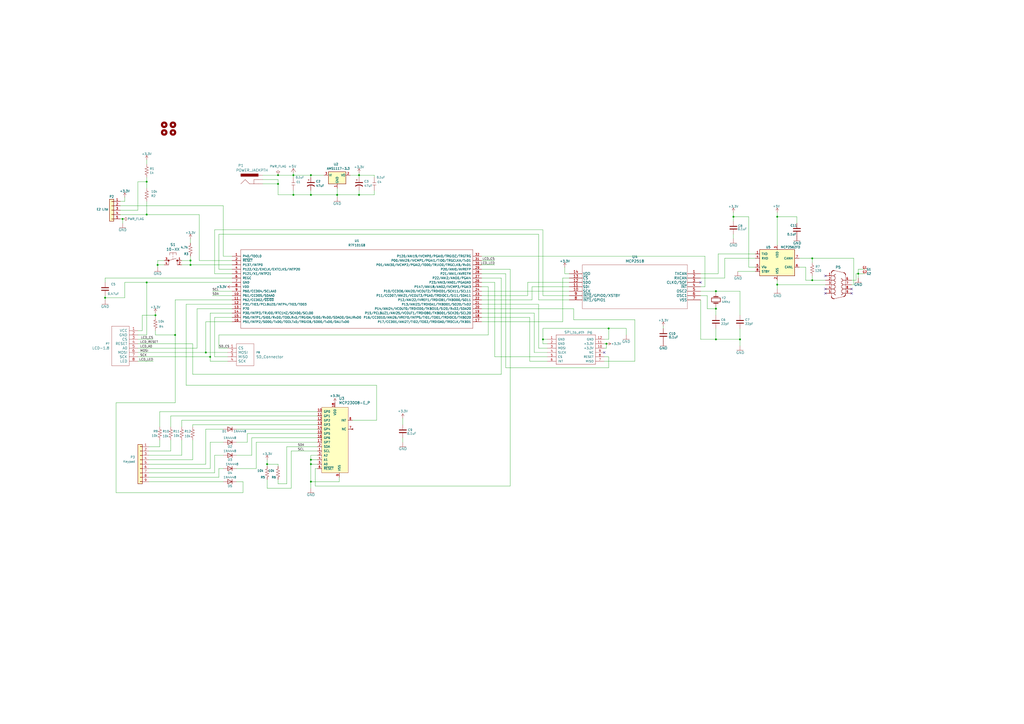
<source format=kicad_sch>
(kicad_sch (version 20231120) (generator "eeschema") (generator_version "8.0")
  (paper "A2")
  (title_block (title "RL78/G24") (date "2025-01-14") (rev "3") (company "Catudal Software"))
  (junction (at 180.34 101.6))
  (junction (at 195.58 113.03))
  (junction (at 85.09 105.41))
  (junction (at 450.85 165.1))
  (junction (at 170.18 113.03))
  (junction (at 101.6 194.31))
  (junction (at 180.34 113.03))
  (junction (at 91.44 153.67))
  (junction (at 119.38 204.47))
  (junction (at 415.29 179.07))
  (junction (at 161.29 106.68))
  (junction (at 180.34 269.24))
  (junction (at 415.29 196.85))
  (junction (at 180.34 279.4))
  (junction (at 170.18 101.6))
  (junction (at 353.06 190.5))
  (junction (at 471.17 162.56))
  (junction (at 471.17 149.86))
  (junction (at 161.29 101.6))
  (junction (at 450.85 125.73))
  (junction (at 351.79 199.39))
  (junction (at 208.28 113.03))
  (junction (at 121.92 207.01))
  (junction (at 208.28 101.6))
  (junction (at 497.84 158.75))
  (junction (at 415.29 168.91))
  (junction (at 429.26 196.85))
  (junction (at 425.45 125.73))
  (junction (at 180.34 266.7))
  (junction (at 110.49 151.13))
  (junction (at 154.94 269.24))
  (junction (at 60.96 172.72))
  (junction (at 85.09 124.46))
  (junction (at 90.17 182.88))
  (junction (at 71.12 127))
  (junction (at 314.96 196.85))
  (junction (at 110.49 153.67))
  (junction (at 85.09 163.83))
  (no_connect (at 494.03 167.64))
  (no_connect (at 494.03 170.18))
  (no_connect (at 478.79 167.64))
  (no_connect (at 478.79 160.02))
  (no_connect (at 406.4 163.83))
  (no_connect (at 478.79 170.18))
  (no_connect (at 350.52 204.47))
  (wire (pts (xy 124.46 158.75) (xy 124.46 133.35)))
  (wire (pts (xy 420.37 149.86) (xy 438.15 149.86)))
  (wire (pts (xy 85.09 163.83) (xy 134.62 163.83)))
  (wire (pts (xy 180.34 266.7) (xy 184.15 266.7)))
  (wire (pts (xy 161.29 104.14) (xy 161.29 106.68)))
  (wire (pts (xy 137.16 256.54) (xy 143.51 256.54)))
  (wire (pts (xy 129.54 119.38) (xy 129.54 148.59)))
  (wire (pts (xy 314.96 199.39) (xy 314.96 196.85)))
  (wire (pts (xy 121.92 271.78) (xy 121.92 256.54)))
  (wire (pts (xy 326.39 161.29) (xy 326.39 186.69)))
  (wire (pts (xy 429.26 182.88) (xy 429.26 168.91)))
  (wire (pts (xy 72.39 114.3) (xy 72.39 116.84)))
  (wire (pts (xy 69.85 124.46) (xy 85.09 124.46)))
  (wire (pts (xy 462.28 129.54) (xy 462.28 125.73)))
  (wire (pts (xy 121.92 207.01) (xy 121.92 181.61)))
  (wire (pts (xy 121.92 181.61) (xy 134.62 181.61)))
  (wire (pts (xy 293.37 158.75) (xy 293.37 213.36)))
  (wire (pts (xy 501.65 156.21) (xy 497.84 156.21)))
  (wire (pts (xy 115.57 151.13) (xy 134.62 151.13)))
  (wire (pts (xy 332.74 185.42) (xy 368.3 185.42)))
  (wire (pts (xy 279.4 181.61) (xy 309.88 181.61)))
  (wire (pts (xy 283.21 194.31) (xy 127 194.31)))
  (wire (pts (xy 92.71 238.76) (xy 184.15 238.76)))
  (wire (pts (xy 148.59 256.54) (xy 184.15 256.54)))
  (wire (pts (xy 180.34 113.03) (xy 195.58 113.03)))
  (wire (pts (xy 425.45 135.89) (xy 425.45 138.43)))
  (wire (pts (xy 496.57 162.56) (xy 496.57 158.75)))
  (wire (pts (xy 314.96 133.35) (xy 314.96 171.45)))
  (wire (pts (xy 425.45 125.73) (xy 425.45 128.27)))
  (wire (pts (xy 350.52 199.39) (xy 351.79 199.39)))
  (wire (pts (xy 161.29 101.6) (xy 170.18 101.6)))
  (wire (pts (xy 124.46 264.16) (xy 129.54 264.16)))
  (wire (pts (xy 80.01 201.93) (xy 114.3 201.93)))
  (wire (pts (xy 217.17 110.49) (xy 217.17 113.03)))
  (wire (pts (xy 146.05 254) (xy 184.15 254)))
  (wire (pts (xy 71.12 127) (xy 69.85 127)))
  (wire (pts (xy 307.34 184.15) (xy 307.34 209.55)))
  (wire (pts (xy 279.4 163.83) (xy 287.02 163.83)))
  (wire (pts (xy 105.41 151.13) (xy 110.49 151.13)))
  (wire (pts (xy 406.4 196.85) (xy 415.29 196.85)))
  (wire (pts (xy 368.3 185.42) (xy 368.3 209.55)))
  (wire (pts (xy 154.94 278.13) (xy 154.94 283.21)))
  (wire (pts (xy 123.19 171.45) (xy 134.62 171.45)))
  (wire (pts (xy 143.51 251.46) (xy 184.15 251.46)))
  (wire (pts (xy 92.71 247.65) (xy 92.71 238.76)))
  (wire (pts (xy 90.17 191.77) (xy 90.17 194.31)))
  (wire (pts (xy 495.3 165.1) (xy 495.3 149.86)))
  (wire (pts (xy 107.95 176.53) (xy 107.95 223.52)))
  (wire (pts (xy 85.09 124.46) (xy 85.09 116.84)))
  (wire (pts (xy 279.4 173.99) (xy 308.61 173.99)))
  (wire (pts (xy 314.96 196.85) (xy 317.5 196.85)))
  (wire (pts (xy 127 194.31) (xy 127 201.93)))
  (wire (pts (xy 312.42 176.53) (xy 312.42 201.93)))
  (wire (pts (xy 124.46 184.15) (xy 134.62 184.15)))
  (wire (pts (xy 101.6 194.31) (xy 101.6 233.68)))
  (wire (pts (xy 415.29 177.8) (xy 415.29 179.07)))
  (wire (pts (xy 82.55 182.88) (xy 82.55 191.77)))
  (wire (pts (xy 69.85 119.38) (xy 129.54 119.38)))
  (wire (pts (xy 180.34 264.16) (xy 180.34 266.7)))
  (wire (pts (xy 471.17 162.56) (xy 478.79 162.56)))
  (wire (pts (xy 121.92 256.54) (xy 129.54 256.54)))
  (wire (pts (xy 124.46 274.32) (xy 124.46 264.16)))
  (wire (pts (xy 132.08 207.01) (xy 124.46 207.01)))
  (wire (pts (xy 124.46 133.35) (xy 314.96 133.35)))
  (wire (pts (xy 180.34 279.4) (xy 196.85 279.4)))
  (wire (pts (xy 279.4 184.15) (xy 307.34 184.15)))
  (wire (pts (xy 332.74 185.42) (xy 332.74 179.07)))
  (wire (pts (xy 137.16 264.16) (xy 146.05 264.16)))
  (wire (pts (xy 351.79 199.39) (xy 351.79 201.93)))
  (wire (pts (xy 279.4 151.13) (xy 287.02 151.13)))
  (wire (pts (xy 312.42 201.93) (xy 317.5 201.93)))
  (wire (pts (xy 170.18 110.49) (xy 170.18 113.03)))
  (wire (pts (xy 170.18 100.33) (xy 170.18 101.6)))
  (wire (pts (xy 308.61 166.37) (xy 330.2 166.37)))
  (wire (pts (xy 408.94 166.37) (xy 406.4 166.37)))
  (wire (pts (xy 497.84 156.21) (xy 497.84 158.75)))
  (wire (pts (xy 86.36 264.16) (xy 105.41 264.16)))
  (wire (pts (xy 60.96 172.72) (xy 72.39 172.72)))
  (wire (pts (xy 314.96 196.85) (xy 314.96 190.5)))
  (wire (pts (xy 86.36 271.78) (xy 121.92 271.78)))
  (wire (pts (xy 353.06 190.5) (xy 353.06 196.85)))
  (wire (pts (xy 353.06 190.5) (xy 363.22 190.5)))
  (wire (pts (xy 406.4 168.91) (xy 415.29 168.91)))
  (wire (pts (xy 450.85 162.56) (xy 450.85 165.1)))
  (wire (pts (xy 429.26 190.5) (xy 429.26 196.85)))
  (wire (pts (xy 86.36 269.24) (xy 119.38 269.24)))
  (wire (pts (xy 450.85 165.1) (xy 450.85 167.64)))
  (wire (pts (xy 105.41 247.65) (xy 105.41 243.84)))
  (wire (pts (xy 91.44 153.67) (xy 95.25 153.67)))
  (wire (pts (xy 60.96 161.29) (xy 134.62 161.29)))
  (wire (pts (xy 416.56 158.75) (xy 406.4 158.75)))
  (wire (pts (xy 90.17 182.88) (xy 90.17 184.15)))
  (wire (pts (xy 279.4 148.59) (xy 408.94 148.59)))
  (wire (pts (xy 114.3 201.93) (xy 114.3 179.07)))
  (wire (pts (xy 119.38 204.47) (xy 119.38 186.69)))
  (wire (pts (xy 463.55 149.86) (xy 471.17 149.86)))
  (wire (pts (xy 91.44 151.13) (xy 95.25 151.13)))
  (wire (pts (xy 90.17 194.31) (xy 101.6 194.31)))
  (wire (pts (xy 295.91 281.94) (xy 295.91 156.21)))
  (wire (pts (xy 91.44 153.67) (xy 91.44 154.94)))
  (wire (pts (xy 99.06 255.27) (xy 99.06 261.62)))
  (wire (pts (xy 154.94 283.21) (xy 168.91 283.21)))
  (wire (pts (xy 326.39 161.29) (xy 330.2 161.29)))
  (wire (pts (xy 496.57 158.75) (xy 497.84 158.75)))
  (wire (pts (xy 80.01 199.39) (xy 111.76 199.39)))
  (wire (pts (xy 127 156.21) (xy 127 135.89)))
  (wire (pts (xy 85.09 102.87) (xy 85.09 105.41)))
  (wire (pts (xy 111.76 199.39) (xy 111.76 217.17)))
  (wire (pts (xy 110.49 153.67) (xy 134.62 153.67)))
  (wire (pts (xy 91.44 151.13) (xy 91.44 153.67)))
  (wire (pts (xy 168.91 283.21) (xy 168.91 261.62)))
  (wire (pts (xy 80.01 121.92) (xy 80.01 105.41)))
  (wire (pts (xy 306.07 171.45) (xy 306.07 163.83)))
  (wire (pts (xy 132.08 209.55) (xy 121.92 209.55)))
  (wire (pts (xy 166.37 280.67) (xy 166.37 259.08)))
  (wire (pts (xy 110.49 138.43) (xy 110.49 140.97)))
  (wire (pts (xy 314.96 190.5) (xy 353.06 190.5)))
  (wire (pts (xy 450.85 125.73) (xy 462.28 125.73)))
  (wire (pts (xy 143.51 256.54) (xy 143.51 251.46)))
  (wire (pts (xy 86.36 274.32) (xy 124.46 274.32)))
  (wire (pts (xy 283.21 166.37) (xy 283.21 194.31)))
  (wire (pts (xy 497.84 158.75) (xy 501.65 158.75)))
  (wire (pts (xy 111.76 247.65) (xy 111.76 246.38)))
  (wire (pts (xy 182.88 281.94) (xy 295.91 281.94)))
  (wire (pts (xy 233.68 242.57) (xy 233.68 246.38)))
  (wire (pts (xy 450.85 125.73) (xy 450.85 142.24)))
  (wire (pts (xy 107.95 223.52) (xy 218.44 223.52)))
  (wire (pts (xy 467.36 154.94) (xy 463.55 154.94)))
  (wire (pts (xy 307.34 209.55) (xy 317.5 209.55)))
  (wire (pts (xy 180.34 269.24) (xy 184.15 269.24)))
  (wire (pts (xy 152.4 104.14) (xy 161.29 104.14)))
  (wire (pts (xy 353.06 196.85) (xy 350.52 196.85)))
  (wire (pts (xy 416.56 158.75) (xy 416.56 147.32)))
  (wire (pts (xy 72.39 116.84) (xy 69.85 116.84)))
  (wire (pts (xy 478.79 165.1) (xy 450.85 165.1)))
  (wire (pts (xy 154.94 269.24) (xy 161.29 269.24)))
  (wire (pts (xy 327.66 154.94) (xy 327.66 158.75)))
  (wire (pts (xy 99.06 247.65) (xy 99.06 241.3)))
  (wire (pts (xy 85.09 124.46) (xy 115.57 124.46)))
  (wire (pts (xy 67.31 285.75) (xy 140.97 285.75)))
  (wire (pts (xy 368.3 209.55) (xy 350.52 209.55)))
  (wire (pts (xy 86.36 266.7) (xy 111.76 266.7)))
  (wire (pts (xy 137.16 271.78) (xy 148.59 271.78)))
  (wire (pts (xy 161.29 269.24) (xy 161.29 270.51)))
  (wire (pts (xy 114.3 179.07) (xy 134.62 179.07)))
  (wire (pts (xy 326.39 186.69) (xy 279.4 186.69)))
  (wire (pts (xy 134.62 176.53) (xy 107.95 176.53)))
  (wire (pts (xy 86.36 276.86) (xy 127 276.86)))
  (wire (pts (xy 86.36 261.62) (xy 99.06 261.62)))
  (wire (pts (xy 308.61 173.99) (xy 308.61 166.37)))
  (wire (pts (xy 111.76 217.17) (xy 290.83 217.17)))
  (wire (pts (xy 279.4 171.45) (xy 306.07 171.45)))
  (wire (pts (xy 101.6 173.99) (xy 134.62 173.99)))
  (wire (pts (xy 119.38 248.92) (xy 129.54 248.92)))
  (wire (pts (xy 208.28 101.6) (xy 208.28 102.87)))
  (wire (pts (xy 80.01 105.41) (xy 85.09 105.41)))
  (wire (pts (xy 497.84 158.75) (xy 497.84 161.29)))
  (wire (pts (xy 494.03 162.56) (xy 496.57 162.56)))
  (wire (pts (xy 196.85 279.4) (xy 196.85 276.86)))
  (wire (pts (xy 72.39 163.83) (xy 85.09 163.83)))
  (wire (pts (xy 208.28 100.33) (xy 208.28 101.6)))
  (wire (pts (xy 119.38 269.24) (xy 119.38 248.92)))
  (wire (pts (xy 208.28 113.03) (xy 208.28 110.49)))
  (wire (pts (xy 121.92 209.55) (xy 121.92 207.01)))
  (wire (pts (xy 110.49 153.67) (xy 110.49 151.13)))
  (wire (pts (xy 406.4 171.45) (xy 410.21 171.45)))
  (wire (pts (xy 127 201.93) (xy 132.08 201.93)))
  (wire (pts (xy 80.01 196.85) (xy 88.9 196.85)))
  (wire (pts (xy 408.94 148.59) (xy 408.94 166.37)))
  (wire (pts (xy 471.17 149.86) (xy 471.17 152.4)))
  (wire (pts (xy 180.34 279.4) (xy 180.34 283.21)))
  (wire (pts (xy 60.96 171.45) (xy 60.96 172.72)))
  (wire (pts (xy 471.17 162.56) (xy 467.36 162.56)))
  (wire (pts (xy 101.6 233.68) (xy 67.31 233.68)))
  (wire (pts (xy 170.18 113.03) (xy 180.34 113.03)))
  (wire (pts (xy 105.41 243.84) (xy 184.15 243.84)))
  (wire (pts (xy 279.4 179.07) (xy 332.74 179.07)))
  (wire (pts (xy 137.16 248.92) (xy 184.15 248.92)))
  (wire (pts (xy 152.4 101.6) (xy 161.29 101.6)))
  (wire (pts (xy 363.22 190.5) (xy 363.22 194.31)))
  (wire (pts (xy 217.17 101.6) (xy 217.17 102.87)))
  (wire (pts (xy 140.97 279.4) (xy 137.16 279.4)))
  (wire (pts (xy 351.79 201.93) (xy 350.52 201.93)))
  (wire (pts (xy 467.36 154.94) (xy 467.36 162.56)))
  (wire (pts (xy 184.15 271.78) (xy 182.88 271.78)))
  (wire (pts (xy 410.21 179.07) (xy 415.29 179.07)))
  (wire (pts (xy 170.18 101.6) (xy 180.34 101.6)))
  (wire (pts (xy 85.09 105.41) (xy 85.09 109.22)))
  (wire (pts (xy 203.2 101.6) (xy 208.28 101.6)))
  (wire (pts (xy 427.99 157.48) (xy 438.15 157.48)))
  (wire (pts (xy 425.45 123.19) (xy 425.45 125.73)))
  (wire (pts (xy 140.97 285.75) (xy 140.97 279.4)))
  (wire (pts (xy 312.42 135.89) (xy 312.42 173.99)))
  (wire (pts (xy 90.17 181.61) (xy 90.17 182.88)))
  (wire (pts (xy 180.34 101.6) (xy 180.34 102.87)))
  (wire (pts (xy 279.4 158.75) (xy 293.37 158.75)))
  (wire (pts (xy 85.09 92.71) (xy 85.09 95.25)))
  (wire (pts (xy 290.83 161.29) (xy 279.4 161.29)))
  (wire (pts (xy 152.4 106.68) (xy 161.29 106.68)))
  (wire (pts (xy 92.71 255.27) (xy 92.71 259.08)))
  (wire (pts (xy 312.42 173.99) (xy 330.2 173.99)))
  (wire (pts (xy 415.29 196.85) (xy 429.26 196.85)))
  (wire (pts (xy 86.36 279.4) (xy 129.54 279.4)))
  (wire (pts (xy 415.29 190.5) (xy 415.29 196.85)))
  (wire (pts (xy 60.96 163.83) (xy 60.96 161.29)))
  (wire (pts (xy 495.3 165.1) (xy 494.03 165.1)))
  (wire (pts (xy 416.56 147.32) (xy 438.15 147.32)))
  (wire (pts (xy 86.36 259.08) (xy 92.71 259.08)))
  (wire (pts (xy 471.17 162.56) (xy 471.17 160.02)))
  (wire (pts (xy 105.41 153.67) (xy 110.49 153.67)))
  (wire (pts (xy 105.41 255.27) (xy 105.41 264.16)))
  (wire (pts (xy 82.55 191.77) (xy 80.01 191.77)))
  (wire (pts (xy 124.46 207.01) (xy 124.46 184.15)))
  (wire (pts (xy 330.2 158.75) (xy 327.66 158.75)))
  (wire (pts (xy 295.91 156.21) (xy 279.4 156.21)))
  (wire (pts (xy 80.01 204.47) (xy 119.38 204.47)))
  (wire (pts (xy 85.09 163.83) (xy 85.09 194.31)))
  (wire (pts (xy 161.29 280.67) (xy 166.37 280.67)))
  (wire (pts (xy 161.29 113.03) (xy 170.18 113.03)))
  (wire (pts (xy 184.15 264.16) (xy 180.34 264.16)))
  (wire (pts (xy 384.81 189.23) (xy 384.81 190.5)))
  (wire (pts (xy 195.58 114.3) (xy 195.58 113.03)))
  (wire (pts (xy 314.96 171.45) (xy 330.2 171.45)))
  (wire (pts (xy 80.01 207.01) (xy 121.92 207.01)))
  (wire (pts (xy 287.02 207.01) (xy 317.5 207.01)))
  (wire (pts (xy 290.83 217.17) (xy 290.83 161.29)))
  (wire (pts (xy 415.29 168.91) (xy 429.26 168.91)))
  (wire (pts (xy 67.31 233.68) (xy 67.31 285.75)))
  (wire (pts (xy 161.29 106.68) (xy 161.29 113.03)))
  (wire (pts (xy 208.28 113.03) (xy 195.58 113.03)))
  (wire (pts (xy 110.49 148.59) (xy 110.49 151.13)))
  (wire (pts (xy 180.34 266.7) (xy 180.34 269.24)))
  (wire (pts (xy 218.44 223.52) (xy 218.44 243.84)))
  (wire (pts (xy 101.6 173.99) (xy 101.6 194.31)))
  (wire (pts (xy 168.91 261.62) (xy 184.15 261.62)))
  (wire (pts (xy 85.09 194.31) (xy 80.01 194.31)))
  (wire (pts (xy 306.07 163.83) (xy 330.2 163.83)))
  (wire (pts (xy 127 276.86) (xy 127 271.78)))
  (wire (pts (xy 279.4 168.91) (xy 330.2 168.91)))
  (wire (pts (xy 115.57 124.46) (xy 115.57 151.13)))
  (wire (pts (xy 309.88 181.61) (xy 309.88 204.47)))
  (wire (pts (xy 180.34 110.49) (xy 180.34 113.03)))
  (wire (pts (xy 420.37 161.29) (xy 420.37 149.86)))
  (wire (pts (xy 415.29 168.91) (xy 415.29 170.18)))
  (wire (pts (xy 148.59 271.78) (xy 148.59 256.54)))
  (wire (pts (xy 495.3 149.86) (xy 471.17 149.86)))
  (wire (pts (xy 317.5 199.39) (xy 314.96 199.39)))
  (wire (pts (xy 208.28 101.6) (xy 217.17 101.6)))
  (wire (pts (xy 195.58 113.03) (xy 195.58 109.22)))
  (wire (pts (xy 293.37 213.36) (xy 353.06 213.36)))
  (wire (pts (xy 111.76 255.27) (xy 111.76 266.7)))
  (wire (pts (xy 60.96 172.72) (xy 60.96 173.99)))
  (wire (pts (xy 233.68 254) (xy 233.68 256.54)))
  (wire (pts (xy 99.06 241.3) (xy 184.15 241.3)))
  (wire (pts (xy 111.76 246.38) (xy 184.15 246.38)))
  (wire (pts (xy 425.45 125.73) (xy 434.34 125.73)))
  (wire (pts (xy 406.4 173.99) (xy 406.4 196.85)))
  (wire (pts (xy 80.01 209.55) (xy 88.9 209.55)))
  (wire (pts (xy 69.85 121.92) (xy 80.01 121.92)))
  (wire (pts (xy 119.38 186.69) (xy 134.62 186.69)))
  (wire (pts (xy 127 271.78) (xy 129.54 271.78)))
  (wire (pts (xy 406.4 161.29) (xy 420.37 161.29)))
  (wire (pts (xy 180.34 269.24) (xy 180.34 279.4)))
  (wire (pts (xy 170.18 101.6) (xy 170.18 102.87)))
  (wire (pts (xy 279.4 166.37) (xy 283.21 166.37)))
  (wire (pts (xy 182.88 271.78) (xy 182.88 281.94)))
  (wire (pts (xy 119.38 204.47) (xy 132.08 204.47)))
  (wire (pts (xy 129.54 148.59) (xy 134.62 148.59)))
  (wire (pts (xy 434.34 154.94) (xy 438.15 154.94)))
  (wire (pts (xy 166.37 259.08) (xy 184.15 259.08)))
  (wire (pts (xy 90.17 182.88) (xy 82.55 182.88)))
  (wire (pts (xy 154.94 266.7) (xy 154.94 269.24)))
  (wire (pts (xy 279.4 176.53) (xy 312.42 176.53)))
  (wire (pts (xy 208.28 113.03) (xy 217.17 113.03)))
  (wire (pts (xy 429.26 196.85) (xy 429.26 200.66)))
  (wire (pts (xy 123.19 168.91) (xy 134.62 168.91)))
  (wire (pts (xy 134.62 158.75) (xy 124.46 158.75)))
  (wire (pts (xy 161.29 278.13) (xy 161.29 280.67)))
  (wire (pts (xy 353.06 207.01) (xy 350.52 207.01)))
  (wire (pts (xy 279.4 153.67) (xy 287.02 153.67)))
  (wire (pts (xy 353.06 213.36) (xy 353.06 207.01)))
  (wire (pts (xy 287.02 163.83) (xy 287.02 207.01)))
  (wire (pts (xy 71.12 129.54) (xy 71.12 127)))
  (wire (pts (xy 218.44 243.84) (xy 204.47 243.84)))
  (wire (pts (xy 134.62 156.21) (xy 127 156.21)))
  (wire (pts (xy 309.88 204.47) (xy 317.5 204.47)))
  (wire (pts (xy 410.21 171.45) (xy 410.21 179.07)))
  (wire (pts (xy 146.05 264.16) (xy 146.05 254)))
  (wire (pts (xy 187.96 101.6) (xy 180.34 101.6)))
  (wire (pts (xy 415.29 179.07) (xy 415.29 182.88)))
  (wire (pts (xy 450.85 123.19) (xy 450.85 125.73)))
  (wire (pts (xy 434.34 125.73) (xy 434.34 154.94)))
  (wire (pts (xy 127 135.89) (xy 312.42 135.89)))
  (wire (pts (xy 72.39 172.72) (xy 72.39 163.83)))
  (wire (pts (xy 154.94 269.24) (xy 154.94 270.51)))
  (label "LCD_LED" (at 287.02 153.67 180))
  (label "SDA" (at 123.19 171.45 0))
  (label "SCL" (at 123.19 168.91 0))
  (label "LCD_RESET" (at 81.28 199.39 0))
  (label "SCL" (at 172.72 261.62 0))
  (label "SCK" (at 81.28 207.01 0))
  (label "LCD_A0" (at 81.28 201.93 0))
  (label "LCD_CS" (at 88.9 196.85 180))
  (label "LCD_LED" (at 88.9 209.55 180))
  (label "SDA" (at 172.72 259.08 0))
  (label "SD_CS" (at 127 201.93 0))
  (label "MOSI" (at 81.28 204.47 0))
  (label "LCD_CS" (at 287.02 151.13 180))
  (symbol (lib_id "Mechanical:MountingHole") (at 95.25 72.39 0) (unit 1)
    (property "Reference" "H1" (effects (hide yes)))
    (property "Value" "MountingHole" (effects (hide yes)))
    (property "Footprint" "MountingHole:MountingHole_2.7mm_M2.5_DIN965_Pad" (effects (hide yes)))
    (property "Description" "Mounting Hole without connection" (effects (hide yes)))
  )
  (symbol (lib_id "Mechanical:MountingHole") (at 100.33 72.39 0) (unit 1)
    (property "Reference" "H3" (effects (hide yes)))
    (property "Value" "MountingHole" (effects (hide yes)))
    (property "Footprint" "MountingHole:MountingHole_2.7mm_M2.5_DIN965_Pad" (effects (hide yes)))
    (property "Description" "Mounting Hole without connection" (effects (hide yes)))
  )
  (symbol (lib_id "Mechanical:MountingHole") (at 95.25 76.835 0) (unit 1)
    (property "Reference" "H2" (effects (hide yes)))
    (property "Value" "MountingHole" (effects (hide yes)))
    (property "Footprint" "MountingHole:MountingHole_2.7mm_M2.5_DIN965_Pad" (effects (hide yes)))
    (property "Description" "Mounting Hole without connection" (effects (hide yes)))
  )
  (symbol (lib_id "Mechanical:MountingHole") (at 100.33 76.835 0) (unit 1)
    (property "Reference" "H4" (effects (hide yes)))
    (property "Value" "MountingHole" (effects (hide yes)))
    (property "Footprint" "MountingHole:MountingHole_2.7mm_M2.5_DIN965_Pad" (effects (hide yes)))
    (property "Description" "Mounting Hole without connection" (effects (hide yes)))
  )
  (symbol (lib_id "catu:POWER_JACKPTH") (at 149.86 109.22 0) (unit 1)
    (property "Reference" "P1" (at 139.7 96.012 0) (effects (font (size 1.4986 1.4986))))
    (property "Value" "POWER_JACKPTH" (at 146.2532 98.7806 0) (effects (font (size 1.4986 1.4986))))
    (property "Footprint" "catu:POWER_JACK_PTH" (effects (hide yes)))
  )
  (symbol (lib_id "OPL_Capacitor:CERAMIC-100NF-50V-10%-X7R_0603_") (at 170.18 106.68 270) (unit 1)
    (property "Reference" "C1" (at 171.9072 105.6132 90) (effects (font (size 1.143 1.143)) (justify left)))
    (property "Value" "0.1uF" (at 171.45 102.87 90) (effects (font (size 1.143 1.143)) (justify left)))
    (property "Footprint" "Capacitor_SMD:C_0805_2012Metric_Pad1.18x1.45mm_HandSolder" (effects (hide yes)))
    (property "MPN" "CC0603KRX7R9BB104" (effects (hide yes)))
    (property "SKU" "302010138" (effects (hide yes)))
    (property "LCSC" "C14663" (effects (hide yes)))
  )
  (symbol (lib_id "catu:+5V") (at 170.18 97.79 0) (unit 1)
    (property "Reference" "#P+0107" (effects (hide yes)))
    (property "Value" "+5V" (at 169.545 96.52 0) (effects (font (size 1.4986 1.4986))))
  )
  (symbol (lib_id "Device:R_US") (at 85.09 99.06 0) (unit 1)
    (property "Reference" "R1" (at 86.8172 97.8916 0) (effects (justify left)))
    (property "Value" "1k" (at 86.8172 100.203 0) (effects (justify left)))
    (property "Footprint" "Resistor_SMD:R_0805_2012Metric" (effects (hide yes)))
    (property "Description" "Resistor, US symbol" (effects (hide yes)))
  )
  (symbol (lib_id "Device:Crystal") (at 415.29 173.99 270) (unit 1)
    (property "Reference" "Y2" (at 418.6174 172.8216 90) (effects (justify left)))
    (property "Value" "4Mhz" (at 418.6174 175.133 90) (effects (justify left)))
    (property "Footprint" "Crystal:Crystal_HC49-4H_Vertical" (effects (hide yes)))
    (property "Description" "Two pin crystal" (effects (hide yes)))
  )
  (symbol (lib_id "Device:C") (at 425.45 132.08 0) (mirror y) (unit 1)
    (property "Reference" "C8" (at 430.784 131.064 0) (effects (justify left)))
    (property "Value" "0.1uF" (at 433.324 132.842 0) (effects (justify left)))
    (property "Footprint" "Capacitor_SMD:C_0805_2012Metric_Pad1.18x1.45mm_HandSolder" (effects (hide yes)))
    (property "Description" "Unpolarized capacitor" (effects (hide yes)))
  )
  (symbol (lib_id "catu:AMS1117-3.3") (at 195.58 101.6 0) (unit 1)
    (property "Reference" "U2" (at 194.945 95.25 0))
    (property "Value" "AMS1117-3.3" (at 196.215 97.79 0))
    (property "Footprint" "Package_TO_SOT_SMD:SOT-223-3_TabPin2" (effects (hide yes)))
    (property "Datasheet" "http://www.advanced-monolithic.com/pdf/ds1117.pdf" (effects (hide yes)))
    (property "Description" "1A Low Dropout regulator, positive, 3.3V fixed output, SOT-223" (effects (hide yes)))
    (property "LCSC" "C6186" (effects (hide yes)))
  )
  (symbol (lib_id "Device:C") (at 462.28 133.35 0) (unit 1)
    (property "Reference" "C11" (at 458.47 130.81 0) (effects (justify left)))
    (property "Value" "0.1uF" (at 456.565 135.89 0) (effects (justify left)))
    (property "Footprint" "Capacitor_SMD:C_0805_2012Metric_Pad1.18x1.45mm_HandSolder" (effects (hide yes)))
    (property "Description" "Unpolarized capacitor" (effects (hide yes)))
  )
  (symbol (lib_id "catu:GND") (at 60.96 176.53 0) (unit 1)
    (property "Reference" "#GND029" (effects (hide yes)))
    (property "Value" "GND" (at 60.96 177.8 0) (effects (font (size 1.4986 1.4986))))
  )
  (symbol (lib_id "catu:GND") (at 462.28 139.7 0) (unit 1)
    (property "Reference" "#GND012" (effects (hide yes)))
    (property "Value" "GND" (at 462.407 141.097 0) (effects (font (size 1.4986 1.4986))))
  )
  (symbol (lib_id "catu:LCD-1.8") (at 69.85 199.39 0) (mirror y) (unit 1)
    (property "Reference" "P7" (at 63.5 199.39 0) (effects (font (size 1.0668 1.0668)) (justify left)))
    (property "Value" "LCD-1.8" (at 63.5 201.9299 0) (effects (font (size 1.524 1.524)) (justify left)))
    (property "Footprint" "Connector_PinHeader_2.54mm:PinHeader_1x08_P2.54mm_Vertical" (effects (hide yes)))
  )
  (symbol (lib_id "power:+3.3V") (at 154.94 266.7 0) (mirror y) (unit 1)
    (property "Reference" "#PWR09" (effects (hide yes)))
    (property "Value" "+3.3V" (at 154.94 263.271 0))
    (property "Description" "Power symbol creates a global label with name \"+3.3V\"" (effects (hide yes)))
  )
  (symbol (lib_id "Device:R_US") (at 85.09 113.03 0) (unit 1)
    (property "Reference" "R2" (at 87.63 113.665 0) (effects (justify left)))
    (property "Value" "10k" (at 87.63 111.125 0) (effects (justify left)))
    (property "Footprint" "Resistor_SMD:R_0805_2012Metric" (effects (hide yes)))
    (property "Description" "Resistor, US symbol" (effects (hide yes)))
  )
  (symbol (lib_id "catu:GND") (at 384.81 200.66 0) (mirror y) (unit 1)
    (property "Reference" "#GND03" (effects (hide yes)))
    (property "Value" "GND" (at 384.81 201.93 0) (effects (font (size 1.4986 1.4986))))
  )
  (symbol (lib_id "catu:GND") (at 195.58 116.84 0) (mirror y) (unit 1)
    (property "Reference" "#GND04" (effects (hide yes)))
    (property "Value" "GND" (at 195.58 118.11 0) (effects (font (size 1.4986 1.4986))))
  )
  (symbol (lib_id "Connector_Generic:Conn_01x05") (at 64.77 121.92 0) (mirror y) (unit 1)
    (property "Reference" "P2" (at 64.77 114.046 0))
    (property "Value" "E2 Lite" (at 59.436 121.412 0))
    (property "Footprint" "Connector_PinHeader_2.54mm:PinHeader_1x05_P2.54mm_Vertical" (effects (hide yes)))
    (property "Description" "Generic connector, single row, 01x05, script generated (kicad-library-utils/schlib/autogen/connector/)" (effects (hide yes)))
  )
  (symbol (lib_id "OPL_Capacitor:CERAMIC-100NF-50V-10%-X7R_0603_") (at 217.17 106.68 270) (unit 1)
    (property "Reference" "C4" (at 218.8972 105.6132 90) (effects (font (size 1.143 1.143)) (justify left)))
    (property "Value" "0.1uF" (at 218.44 102.87 90) (effects (font (size 1.143 1.143)) (justify left)))
    (property "Footprint" "Capacitor_SMD:C_0805_2012Metric_Pad1.18x1.45mm_HandSolder" (effects (hide yes)))
    (property "MPN" "CC0603KRX7R9BB104" (effects (hide yes)))
    (property "SKU" "302010138" (effects (hide yes)))
    (property "LCSC" "C14663" (effects (hide yes)))
  )
  (symbol (lib_id "Device:C") (at 60.96 167.64 0) (mirror y) (unit 1)
    (property "Reference" "C5" (at 67.056 164.846 0) (effects (justify left)))
    (property "Value" "0.47uF" (at 69.088 170.434 0) (effects (justify left)))
    (property "Footprint" "Capacitor_SMD:C_0805_2012Metric_Pad1.18x1.45mm_HandSolder" (effects (hide yes)))
    (property "Description" "Unpolarized capacitor" (effects (hide yes)))
  )
  (symbol (lib_id "Device:R_US") (at 92.71 251.46 0) (unit 1)
    (property "Reference" "R9" (at 88.9 250.19 0) (effects (justify left)))
    (property "Value" "10k" (at 87.884 252.73 0) (effects (justify left)))
    (property "Footprint" "Resistor_SMD:R_0805_2012Metric" (effects (hide yes)))
    (property "Description" "Resistor, US symbol" (effects (hide yes)))
  )
  (symbol (lib_id "catu:GND") (at 425.45 140.97 0) (mirror y) (unit 1)
    (property "Reference" "#GND07" (effects (hide yes)))
    (property "Value" "GND" (at 425.45 142.24 0) (effects (font (size 1.4986 1.4986))))
  )
  (symbol (lib_id "catu:GND") (at 180.34 285.75 0) (mirror y) (unit 1)
    (property "Reference" "#GND02" (effects (hide yes)))
    (property "Value" "GND" (at 180.34 287.02 0) (effects (font (size 1.4986 1.4986))))
  )
  (symbol (lib_id "Device:R_US") (at 99.06 251.46 0) (unit 1)
    (property "Reference" "R10" (at 94.234 250.19 0) (effects (justify left)))
    (property "Value" "10k" (at 94.234 252.984 0) (effects (justify left)))
    (property "Footprint" "Resistor_SMD:R_0805_2012Metric" (effects (hide yes)))
    (property "Description" "Resistor, US symbol" (effects (hide yes)))
  )
  (symbol (lib_id "power:+3.3V") (at 194.31 233.68 0) (mirror y) (unit 1)
    (property "Reference" "#PWR05" (effects (hide yes)))
    (property "Value" "+3.3V" (at 194.31 229.616 0))
    (property "Description" "Power symbol creates a global label with name \"+3.3V\"" (effects (hide yes)))
  )
  (symbol (lib_id "Interface_CAN_LIN:MCP2562-E-P") (at 450.85 152.4 0) (unit 1)
    (property "Reference" "U5" (at 445.643 143.383 0))
    (property "Value" "MCP2562FD" (at 458.597 143.383 0))
    (property "Footprint" "Package_DIP:DIP-8_W7.62mm" (effects (hide yes)))
    (property "Datasheet" "http://ww1.microchip.com/downloads/en/DeviceDoc/25167A.pdf" (effects (hide yes)))
    (property "Description" "High-Speed CAN Transceiver, 1Mbps, 5V supply, Vio pin, -40C to +125C, DIP-8" (effects (hide yes)))
  )
  (symbol (lib_id "catu:SD_Connector") (at 142.24 204.47 0) (unit 1)
    (property "Reference" "P8" (at 148.59 204.47 0) (effects (font (size 1.0668 1.0668)) (justify left)))
    (property "Value" "SD_Connector" (at 148.59 207.0099 0) (effects (font (size 1.524 1.524)) (justify left)))
    (property "Footprint" "Connector_PinHeader_2.54mm:PinHeader_1x04_P2.54mm_Vertical" (effects (hide yes)))
  )
  (symbol (lib_id "catu:GND") (at 450.85 170.18 0) (unit 1)
    (property "Reference" "#GND011" (effects (hide yes)))
    (property "Value" "GND" (at 450.977 171.577 0) (effects (font (size 1.4986 1.4986))))
  )
  (symbol (lib_id "Diode:1N4448") (at 133.35 271.78 0) (mirror y) (unit 1)
    (property "Reference" "D4" (at 132.08 274.32 0) (effects (justify right)))
    (property "Value" "1N4448" (at 130.81 269.24 0) (effects (justify right)))
    (property "Footprint" "Diode_THT:D_DO-35_SOD27_P7.62mm_Horizontal" (effects (hide yes)))
    (property "Datasheet" "https://assets.nexperia.com/documents/data-sheet/1N4148_1N4448.pdf" (effects (hide yes)))
    (property "Description" "100V 0.15A High-speed standard diode, DO-35" (effects (hide yes)))
    (property "Sim.Device" "D" (effects (hide yes)))
    (property "Sim.Pins" "1=K 2=A" (effects (hide yes)))
  )
  (symbol (lib_id "Diode:1N4448") (at 133.35 256.54 0) (mirror y) (unit 1)
    (property "Reference" "D2" (at 132.08 259.08 0) (effects (justify right)))
    (property "Value" "1N4448" (at 129.54 254 0) (effects (justify right)))
    (property "Footprint" "Diode_THT:D_DO-35_SOD27_P7.62mm_Horizontal" (effects (hide yes)))
    (property "Datasheet" "https://assets.nexperia.com/documents/data-sheet/1N4148_1N4448.pdf" (effects (hide yes)))
    (property "Description" "100V 0.15A High-speed standard diode, DO-35" (effects (hide yes)))
    (property "Sim.Device" "D" (effects (hide yes)))
    (property "Sim.Pins" "1=K 2=A" (effects (hide yes)))
  )
  (symbol (lib_id "Device:R_US") (at 471.17 156.21 0) (unit 1)
    (property "Reference" "R7" (at 472.948 154.686 0) (effects (justify left)))
    (property "Value" "120" (at 472.694 156.972 0) (effects (justify left)))
    (property "Footprint" "Resistor_SMD:R_2512_6332Metric_Pad1.40x3.35mm_HandSolder" (effects (hide yes)))
    (property "Description" "Resistor, US symbol" (effects (hide yes)))
  )
  (symbol (lib_id "catu:MCP2518FDT-E_SL") (at 406.4 158.75 0) (mirror y) (unit 1)
    (property "Reference" "U4" (at 368.3 148.971 0) (effects (font (size 1.524 1.524))))
    (property "Value" "MCP2518" (at 368.3 151.511 0) (effects (font (size 1.524 1.524))))
    (property "Footprint" "catu:MCP2518FD" (effects (hide yes)))
  )
  (symbol (lib_id "power:PWR_FLAG") (at 161.29 101.6 0) (unit 1)
    (property "Reference" "#FLG01" (effects (hide yes)))
    (property "Value" "PWR_FLAG" (at 161.29 96.52 0))
    (property "Description" "Special symbol for telling ERC where power comes from" (effects (hide yes)))
  )
  (symbol (lib_id "power:+3.3V") (at 384.81 189.23 0) (mirror y) (unit 1)
    (property "Reference" "#PWR02" (effects (hide yes)))
    (property "Value" "+3.3V" (at 384.81 185.801 0))
    (property "Description" "Power symbol creates a global label with name \"+3.3V\"" (effects (hide yes)))
  )
  (symbol (lib_id "catu:10-XX") (at 100.33 151.13 270) (unit 1)
    (property "Reference" "S1" (at 100.33 141.9606 90) (effects (font (size 1.4986 1.4986))))
    (property "Value" "10-XX" (at 100.33 144.6276 90) (effects (font (size 1.4986 1.4986))))
    (property "Footprint" "catu:B3F-10XX" (effects (hide yes)))
  )
  (symbol (lib_id "Device:C") (at 384.81 194.31 0) (mirror y) (unit 1)
    (property "Reference" "C10" (at 391.922 193.548 0) (effects (justify left)))
    (property "Value" "0.1uF" (at 393.446 195.58 0) (effects (justify left)))
    (property "Footprint" "Capacitor_SMD:C_0805_2012Metric_Pad1.18x1.45mm_HandSolder" (effects (hide yes)))
    (property "Description" "Unpolarized capacitor" (effects (hide yes)))
  )
  (symbol (lib_id "catu:GND") (at 363.22 196.85 0) (mirror y) (unit 1)
    (property "Reference" "#GND010" (effects (hide yes)))
    (property "Value" "GND" (at 363.22 198.12 0) (effects (font (size 1.4986 1.4986))))
  )
  (symbol (lib_id "Diode:1N4448") (at 133.35 248.92 0) (mirror y) (unit 1)
    (property "Reference" "D1" (at 128.778 250.19 0) (effects (justify right)))
    (property "Value" "1N4448" (at 135.382 250.19 0) (effects (justify right)))
    (property "Footprint" "Diode_THT:D_DO-35_SOD27_P7.62mm_Horizontal" (effects (hide yes)))
    (property "Datasheet" "https://assets.nexperia.com/documents/data-sheet/1N4148_1N4448.pdf" (effects (hide yes)))
    (property "Description" "100V 0.15A High-speed standard diode, DO-35" (effects (hide yes)))
    (property "Sim.Device" "D" (effects (hide yes)))
    (property "Sim.Pins" "1=K 2=A" (effects (hide yes)))
  )
  (symbol (lib_id "Device:R_US") (at 154.94 274.32 0) (mirror x) (unit 1)
    (property "Reference" "R5" (at 151.13 276.86 0) (effects (justify left)))
    (property "Value" "10k" (at 149.225 273.05 0) (effects (justify left)))
    (property "Footprint" "Resistor_SMD:R_0805_2012Metric_Pad1.20x1.40mm_HandSolder" (effects (hide yes)))
    (property "Description" "Resistor, US symbol" (effects (hide yes)))
  )
  (symbol (lib_id "power:+3.3V") (at 110.49 138.43 0) (mirror y) (unit 1)
    (property "Reference" "#PWR013" (effects (hide yes)))
    (property "Value" "+3.3V" (at 110.49 135.001 0))
    (property "Description" "Power symbol creates a global label with name \"+3.3V\"" (effects (hide yes)))
  )
  (symbol (lib_id "power:PWR_FLAG") (at 71.12 127 270) (unit 1)
    (property "Reference" "#FLG0101" (effects (hide yes)))
    (property "Value" "PWR_FLAG" (at 78.74 127 90))
    (property "Description" "Special symbol for telling ERC where power comes from" (effects (hide yes)))
  )
  (symbol (lib_id "catu:GND") (at 429.26 203.2 0) (unit 1)
    (property "Reference" "#GND05" (effects (hide yes)))
    (property "Value" "GND" (at 429.387 204.597 0) (effects (font (size 1.4986 1.4986))))
  )
  (symbol (lib_id "power:+3.3V") (at 134.62 166.37 90) (mirror x) (unit 1)
    (property "Reference" "#PWR011" (effects (hide yes)))
    (property "Value" "+3.3V" (at 128.524 166.37 90))
    (property "Description" "Power symbol creates a global label with name \"+3.3V\"" (effects (hide yes)))
  )
  (symbol (lib_id "Device:C_Polarized_US") (at 180.34 106.68 0) (unit 1)
    (property "Reference" "C2" (at 183.261 105.2103 0) (effects (justify left)))
    (property "Value" "47uF" (at 183.261 107.7472 0) (effects (justify left)))
    (property "Footprint" "Capacitor_THT:CP_Radial_D6.3mm_P2.50mm" (effects (hide yes)))
    (property "Description" "Polarized capacitor, US symbol" (effects (hide yes)))
  )
  (symbol (lib_id "power:+3.3V") (at 233.68 242.57 0) (mirror y) (unit 1)
    (property "Reference" "#PWR014" (effects (hide yes)))
    (property "Value" "+3.3V" (at 233.68 238.506 0))
    (property "Description" "Power symbol creates a global label with name \"+3.3V\"" (effects (hide yes)))
  )
  (symbol (lib_id "power:+3.3V") (at 327.66 154.94 0) (mirror y) (unit 1)
    (property "Reference" "#PWR015" (effects (hide yes)))
    (property "Value" "+3.3V" (at 327.66 151.511 0))
    (property "Description" "Power symbol creates a global label with name \"+3.3V\"" (effects (hide yes)))
  )
  (symbol (lib_id "Diode:1N4448") (at 133.35 279.4 0) (mirror y) (unit 1)
    (property "Reference" "D5" (at 132.08 281.94 0) (effects (justify right)))
    (property "Value" "1N4448" (at 129.54 276.86 0) (effects (justify right)))
    (property "Footprint" "Diode_THT:D_DO-35_SOD27_P7.62mm_Horizontal" (effects (hide yes)))
    (property "Datasheet" "https://assets.nexperia.com/documents/data-sheet/1N4148_1N4448.pdf" (effects (hide yes)))
    (property "Description" "100V 0.15A High-speed standard diode, DO-35" (effects (hide yes)))
    (property "Sim.Device" "D" (effects (hide yes)))
    (property "Sim.Pins" "1=K 2=A" (effects (hide yes)))
  )
  (symbol (lib_id "catu:GND") (at 233.68 259.08 0) (mirror y) (unit 1)
    (property "Reference" "#GND01" (effects (hide yes)))
    (property "Value" "GND" (at 233.68 260.35 0) (effects (font (size 1.4986 1.4986))))
  )
  (symbol (lib_id "catu:GND") (at 427.99 160.02 0) (unit 1)
    (property "Reference" "#GND09" (effects (hide yes)))
    (property "Value" "GND" (at 428.117 161.417 0) (effects (font (size 1.4986 1.4986))))
  )
  (symbol (lib_id "catu:SPI_to_eth") (at 336.55 201.93 0) (unit 1)
    (property "Reference" "P6" (at 342.138 193.04 0) (effects (font (size 1.4986 1.4986))))
    (property "Value" "SPI_to_eth" (at 333.248 192.786 0) (effects (font (size 1.4986 1.4986))))
    (property "Footprint" "catu:SPI_to_eth" (effects (hide yes)))
  )
  (symbol (lib_id "Device:R_US") (at 105.41 251.46 0) (unit 1)
    (property "Reference" "R11" (at 100.33 250.19 0) (effects (justify left)))
    (property "Value" "10k" (at 100.584 252.73 0) (effects (justify left)))
    (property "Footprint" "Resistor_SMD:R_0805_2012Metric" (effects (hide yes)))
    (property "Description" "Resistor, US symbol" (effects (hide yes)))
  )
  (symbol (lib_id "power:+5V") (at 450.85 123.19 0) (unit 1)
    (property "Reference" "#PWR04" (effects (hide yes)))
    (property "Value" "+5V" (at 450.342 119.634 0))
    (property "Description" "Power symbol creates a global label with name \"+5V\"" (effects (hide yes)))
  )
  (symbol (lib_id "power:+3.3V") (at 351.79 199.39 270) (mirror x) (unit 1)
    (property "Reference" "#PWR06" (effects (hide yes)))
    (property "Value" "+3.3V" (at 357.378 199.39 90))
    (property "Description" "Power symbol creates a global label with name \"+3.3V\"" (effects (hide yes)))
  )
  (symbol (lib_id "catu:R7F101GB") (at 204.47 167.64 0) (unit 1)
    (property "Reference" "U1" (at 207.01 139.7 0))
    (property "Value" "R7F101GB" (at 207.01 142.24 0))
    (property "Footprint" "digikey-footprints:LQFP-32_7x7mm" (effects (hide yes)))
  )
  (symbol (lib_id "catu:GND") (at 91.44 157.48 0) (unit 1)
    (property "Reference" "#GND014" (effects (hide yes)))
    (property "Value" "GND" (at 91.44 158.75 0) (effects (font (size 1.4986 1.4986))))
  )
  (symbol (lib_id "Diode:1N4448") (at 133.35 264.16 0) (mirror y) (unit 1)
    (property "Reference" "D3" (at 132.08 266.7 0) (effects (justify right)))
    (property "Value" "1N4448" (at 129.54 261.62 0) (effects (justify right)))
    (property "Footprint" "Diode_THT:D_DO-35_SOD27_P7.62mm_Horizontal" (effects (hide yes)))
    (property "Datasheet" "https://assets.nexperia.com/documents/data-sheet/1N4148_1N4448.pdf" (effects (hide yes)))
    (property "Description" "100V 0.15A High-speed standard diode, DO-35" (effects (hide yes)))
    (property "Sim.Device" "D" (effects (hide yes)))
    (property "Sim.Pins" "1=K 2=A" (effects (hide yes)))
  )
  (symbol (lib_id "power:+3.3V") (at 425.45 123.19 0) (mirror y) (unit 1)
    (property "Reference" "#PWR01" (effects (hide yes)))
    (property "Value" "+3.3V" (at 425.45 119.761 0))
    (property "Description" "Power symbol creates a global label with name \"+3.3V\"" (effects (hide yes)))
  )
  (symbol (lib_id "catu:GND") (at 497.84 163.83 0) (unit 1)
    (property "Reference" "#GND08" (effects (hide yes)))
    (property "Value" "GND" (at 497.84 165.1 0) (effects (font (size 1.4986 1.4986))))
  )
  (symbol (lib_id "catu:F09HP") (at 486.41 165.1 0) (unit 1)
    (property "Reference" "P5" (at 486.156 155.067 0) (effects (font (size 1.4986 1.4986))))
    (property "Value" "F09HP" (effects (hide yes)))
    (property "Footprint" "catu:F09HP" (effects (hide yes)))
  )
  (symbol (lib_id "Device:R_US") (at 110.49 144.78 0) (mirror x) (unit 1)
    (property "Reference" "R3" (at 106.68 147.32 0) (effects (justify left)))
    (property "Value" "4.7k" (at 104.775 143.51 0) (effects (justify left)))
    (property "Footprint" "Resistor_SMD:R_0805_2012Metric_Pad1.20x1.40mm_HandSolder" (effects (hide yes)))
    (property "Description" "Resistor, US symbol" (effects (hide yes)))
  )
  (symbol (lib_id "Device:R_US") (at 90.17 187.96 0) (mirror x) (unit 1)
    (property "Reference" "R4" (at 92.202 189.484 0) (effects (justify left)))
    (property "Value" "10k" (at 91.694 186.436 0) (effects (justify left)))
    (property "Footprint" "Resistor_SMD:R_0805_2012Metric_Pad1.20x1.40mm_HandSolder" (effects (hide yes)))
    (property "Description" "Resistor, US symbol" (effects (hide yes)))
  )
  (symbol (lib_id "Device:R_US") (at 161.29 274.32 0) (mirror x) (unit 1)
    (property "Reference" "R6" (at 157.48 276.86 0) (effects (justify left)))
    (property "Value" "10k" (at 155.575 273.05 0) (effects (justify left)))
    (property "Footprint" "Resistor_SMD:R_0805_2012Metric_Pad1.20x1.40mm_HandSolder" (effects (hide yes)))
    (property "Description" "Resistor, US symbol" (effects (hide yes)))
  )
  (symbol (lib_id "Device:C") (at 415.29 186.69 0) (unit 1)
    (property "Reference" "C6" (at 418.211 185.5216 0) (effects (justify left)))
    (property "Value" "22pF" (at 418.211 187.833 0) (effects (justify left)))
    (property "Footprint" "Capacitor_SMD:C_0805_2012Metric_Pad1.18x1.45mm_HandSolder" (effects (hide yes)))
    (property "Description" "Unpolarized capacitor" (effects (hide yes)))
  )
  (symbol (lib_id "power:+3.3V") (at 72.39 114.3 0) (mirror y) (unit 1)
    (property "Reference" "#PWR010" (effects (hide yes)))
    (property "Value" "+3.3V" (at 72.39 110.871 0))
    (property "Description" "Power symbol creates a global label with name \"+3.3V\"" (effects (hide yes)))
  )
  (symbol (lib_id "Device:C") (at 429.26 186.69 0) (unit 1)
    (property "Reference" "C7" (at 432.181 185.5216 0) (effects (justify left)))
    (property "Value" "22pF" (at 432.181 187.833 0) (effects (justify left)))
    (property "Footprint" "Capacitor_SMD:C_0805_2012Metric_Pad1.18x1.45mm_HandSolder" (effects (hide yes)))
    (property "Description" "Unpolarized capacitor" (effects (hide yes)))
  )
  (symbol (lib_id "power:+3.3V") (at 90.17 181.61 0) (mirror y) (unit 1)
    (property "Reference" "#PWR012" (effects (hide yes)))
    (property "Value" "+3.3V" (at 90.17 178.181 0))
    (property "Description" "Power symbol creates a global label with name \"+3.3V\"" (effects (hide yes)))
  )
  (symbol (lib_id "Device:C_Polarized_US") (at 208.28 106.68 0) (unit 1)
    (property "Reference" "C3" (at 211.201 105.2103 0) (effects (justify left)))
    (property "Value" "47uF" (at 211.201 107.7472 0) (effects (justify left)))
    (property "Footprint" "Capacitor_THT:CP_Radial_D6.3mm_P2.50mm" (effects (hide yes)))
    (property "Description" "Polarized capacitor, US symbol" (effects (hide yes)))
  )
  (symbol (lib_id "Connector_Generic:Conn_01x09") (at 81.28 269.24 0) (mirror y) (unit 1)
    (property "Reference" "P3" (at 76.962 265.176 0))
    (property "Value" "Keypad" (at 74.93 267.716 0))
    (property "Footprint" "Connector_PinHeader_2.54mm:PinHeader_1x09_P2.54mm_Vertical" (effects (hide yes)))
    (property "Description" "Generic connector, single row, 01x09, script generated (kicad-library-utils/schlib/autogen/connector/)" (effects (hide yes)))
  )
  (symbol (lib_id "Device:R_US") (at 111.76 251.46 0) (unit 1)
    (property "Reference" "R12" (at 106.934 250.19 0) (effects (justify left)))
    (property "Value" "10k" (at 106.934 252.984 0) (effects (justify left)))
    (property "Footprint" "Resistor_SMD:R_0805_2012Metric" (effects (hide yes)))
    (property "Description" "Resistor, US symbol" (effects (hide yes)))
  )
  (symbol (lib_id "dk_Interface-I-O-Expanders:MCP23008-E_P") (at 196.85 251.46 0) (unit 1)
    (property "Reference" "U3" (at 196.5041 231.14 0) (effects (font (size 1.524 1.524)) (justify left)))
    (property "Value" "MCP23008-E_P" (at 196.5041 233.68 0) (effects (font (size 1.524 1.524)) (justify left)))
    (property "Footprint" "digikey-footprints:DIP-18_W7.62mm" (effects (hide yes)))
    (property "Datasheet" "http://www.microchip.com/mymicrochip/filehandler.aspx?ddocname=en021920" (effects (hide yes)))
    (property "Description" "IC I/O EXPANDER I2C 8B 18DIP" (effects (hide yes)))
    (property "Digi-Key_PN" "MCP23008-E/P-ND" (effects (hide yes)))
    (property "MPN" "MCP23008-E/P" (effects (hide yes)))
    (property "Category" "Integrated Circuits (ICs)" (effects (hide yes)))
    (property "Family" "Interface - I/O Expanders" (effects (hide yes)))
    (property "DK_Datasheet_Link" "http://www.microchip.com/mymicrochip/filehandler.aspx?ddocname=en021920" (effects (hide yes)))
    (property "DK_Detail_Page" "/product-detail/en/microchip-technology/MCP23008-E-P/MCP23008-E-P-ND/735951" (effects (hide yes)))
    (property "Description_1" "IC I/O EXPANDER I2C 8B 18DIP" (effects (hide yes)))
    (property "Manufacturer" "Microchip Technology" (effects (hide yes)))
    (property "Status" "Active" (effects (hide yes)))
  )
  (symbol (lib_id "Device:C") (at 233.68 250.19 0) (mirror y) (unit 1)
    (property "Reference" "C9" (at 239.268 249.428 0) (effects (justify left)))
    (property "Value" "0.1uF" (at 241.554 251.46 0) (effects (justify left)))
    (property "Footprint" "Capacitor_SMD:C_0805_2012Metric_Pad1.18x1.45mm_HandSolder" (effects (hide yes)))
    (property "Description" "Unpolarized capacitor" (effects (hide yes)))
  )
  (symbol (lib_id "catu:GND") (at 71.12 132.08 0) (mirror y) (unit 1)
    (property "Reference" "#GND06" (effects (hide yes)))
    (property "Value" "GND" (at 71.12 133.35 0) (effects (font (size 1.4986 1.4986))))
  )
  (symbol (lib_id "power:+3.3V") (at 208.28 100.33 0) (mirror y) (unit 1)
    (property "Reference" "#PWR03" (effects (hide yes)))
    (property "Value" "+3.3V" (at 208.28 96.901 0))
    (property "Description" "Power symbol creates a global label with name \"+3.3V\"" (effects (hide yes)))
  )
  (symbol (lib_id "power:+3.3V") (at 85.09 92.71 0) (mirror y) (unit 1)
    (property "Reference" "#PWR07" (effects (hide yes)))
    (property "Value" "+3.3V" (at 85.09 89.281 0))
    (property "Description" "Power symbol creates a global label with name \"+3.3V\"" (effects (hide yes)))
  )
)
</source>
